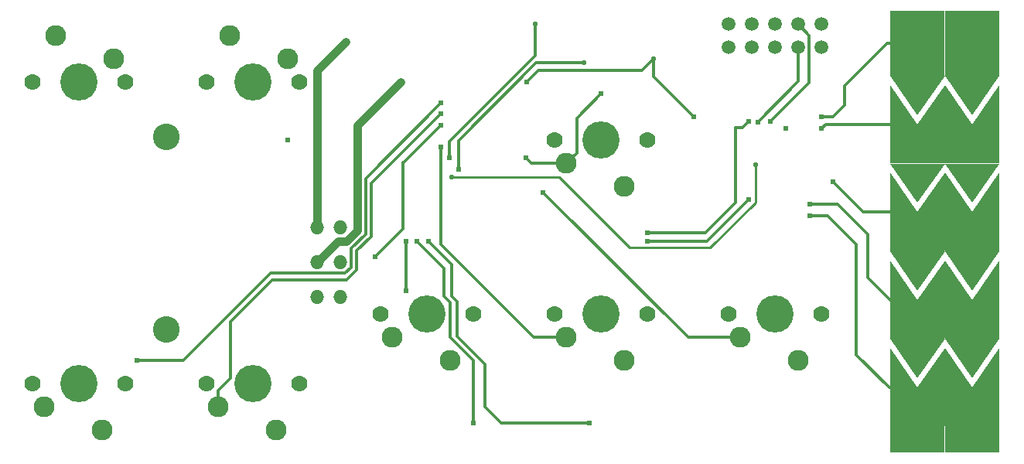
<source format=gbr>
G04 #@! TF.FileFunction,Copper,L2,Bot,Signal*
%FSLAX46Y46*%
G04 Gerber Fmt 4.6, Leading zero omitted, Abs format (unit mm)*
G04 Created by KiCad (PCBNEW 4.0.4-stable) date 02/04/17 11:31:59*
%MOMM*%
%LPD*%
G01*
G04 APERTURE LIST*
%ADD10C,0.100000*%
%ADD11C,1.778000*%
%ADD12C,2.286000*%
%ADD13C,4.064000*%
%ADD14C,1.500000*%
%ADD15R,6.000000X7.166666*%
%ADD16R,6.000000X4.300000*%
%ADD17O,1.524000X1.524000*%
%ADD18C,2.921000*%
%ADD19C,0.609600*%
%ADD20C,0.584200*%
%ADD21C,0.304800*%
%ADD22C,0.914400*%
%ADD23C,0.228600*%
G04 APERTURE END LIST*
D10*
D11*
X121920000Y-110490000D03*
X132080000Y-110490000D03*
D12*
X123190000Y-113030000D03*
X129540000Y-115570000D03*
D13*
X127000000Y-110490000D03*
D14*
X160020000Y-78740000D03*
X160020000Y-81280000D03*
X162560000Y-78740000D03*
X162560000Y-81280000D03*
X165100000Y-78740000D03*
X165100000Y-81280000D03*
X167640000Y-78740000D03*
X167640000Y-81280000D03*
X170180000Y-78740000D03*
X170180000Y-81280000D03*
D15*
X186690000Y-122083333D03*
D10*
G36*
X186690000Y-118500001D02*
X183690000Y-122799999D01*
X183690000Y-114200001D01*
X186690000Y-118499999D01*
X186690000Y-118500001D01*
X186690000Y-118500001D01*
G37*
G36*
X189690000Y-122799999D02*
X186690000Y-118500001D01*
X186690000Y-118499999D01*
X189690000Y-114200001D01*
X189690000Y-122799999D01*
X189690000Y-122799999D01*
G37*
D16*
X186690000Y-111050000D03*
D10*
G36*
X186690000Y-108900001D02*
X183690000Y-113199999D01*
X183690000Y-104600001D01*
X186690000Y-108899999D01*
X186690000Y-108900001D01*
X186690000Y-108900001D01*
G37*
G36*
X189690000Y-113199999D02*
X186690000Y-108900001D01*
X186690000Y-108899999D01*
X189690000Y-104600001D01*
X189690000Y-113199999D01*
X189690000Y-113199999D01*
G37*
G36*
X186690001Y-117500000D02*
X186689999Y-117500000D01*
X183690001Y-113200000D01*
X189689999Y-113200000D01*
X186690001Y-117500000D01*
X186690001Y-117500000D01*
G37*
D16*
X186690000Y-101450000D03*
D10*
G36*
X186690000Y-99300001D02*
X183690000Y-103599999D01*
X183690000Y-95000001D01*
X186690000Y-99299999D01*
X186690000Y-99300001D01*
X186690000Y-99300001D01*
G37*
G36*
X189690000Y-103599999D02*
X186690000Y-99300001D01*
X186690000Y-99299999D01*
X189690000Y-95000001D01*
X189690000Y-103599999D01*
X189690000Y-103599999D01*
G37*
G36*
X186690001Y-107900000D02*
X186689999Y-107900000D01*
X183690001Y-103600000D01*
X189689999Y-103600000D01*
X186690001Y-107900000D01*
X186690001Y-107900000D01*
G37*
D16*
X186690000Y-91850000D03*
D10*
G36*
X186690000Y-89700001D02*
X183690000Y-93999999D01*
X183690000Y-85400001D01*
X186690000Y-89699999D01*
X186690000Y-89700001D01*
X186690000Y-89700001D01*
G37*
G36*
X189690000Y-93999999D02*
X186690000Y-89700001D01*
X186690000Y-89699999D01*
X189690000Y-85400001D01*
X189690000Y-93999999D01*
X189690000Y-93999999D01*
G37*
G36*
X186690001Y-98300000D02*
X186689999Y-98300000D01*
X183690001Y-94000000D01*
X189689999Y-94000000D01*
X186690001Y-98300000D01*
X186690001Y-98300000D01*
G37*
D15*
X186690000Y-80816667D03*
D10*
G36*
X186690001Y-88700000D02*
X186689999Y-88700000D01*
X183690001Y-84400000D01*
X189689999Y-84400000D01*
X186690001Y-88700000D01*
X186690001Y-88700000D01*
G37*
D15*
X180690000Y-122083333D03*
D10*
G36*
X180690000Y-118500001D02*
X177690000Y-122799999D01*
X177690000Y-114200001D01*
X180690000Y-118499999D01*
X180690000Y-118500001D01*
X180690000Y-118500001D01*
G37*
G36*
X183690000Y-122799999D02*
X180690000Y-118500001D01*
X180690000Y-118499999D01*
X183690000Y-114200001D01*
X183690000Y-122799999D01*
X183690000Y-122799999D01*
G37*
D16*
X180690000Y-111050000D03*
D10*
G36*
X180690000Y-108900001D02*
X177690000Y-113199999D01*
X177690000Y-104600001D01*
X180690000Y-108899999D01*
X180690000Y-108900001D01*
X180690000Y-108900001D01*
G37*
G36*
X183690000Y-113199999D02*
X180690000Y-108900001D01*
X180690000Y-108899999D01*
X183690000Y-104600001D01*
X183690000Y-113199999D01*
X183690000Y-113199999D01*
G37*
G36*
X180690001Y-117500000D02*
X180689999Y-117500000D01*
X177690001Y-113200000D01*
X183689999Y-113200000D01*
X180690001Y-117500000D01*
X180690001Y-117500000D01*
G37*
D16*
X180690000Y-101450000D03*
D10*
G36*
X180690000Y-99300001D02*
X177690000Y-103599999D01*
X177690000Y-95000001D01*
X180690000Y-99299999D01*
X180690000Y-99300001D01*
X180690000Y-99300001D01*
G37*
G36*
X183690000Y-103599999D02*
X180690000Y-99300001D01*
X180690000Y-99299999D01*
X183690000Y-95000001D01*
X183690000Y-103599999D01*
X183690000Y-103599999D01*
G37*
G36*
X180690001Y-107900000D02*
X180689999Y-107900000D01*
X177690001Y-103600000D01*
X183689999Y-103600000D01*
X180690001Y-107900000D01*
X180690001Y-107900000D01*
G37*
D16*
X180690000Y-91850000D03*
D10*
G36*
X180690000Y-89700001D02*
X177690000Y-93999999D01*
X177690000Y-85400001D01*
X180690000Y-89699999D01*
X180690000Y-89700001D01*
X180690000Y-89700001D01*
G37*
G36*
X183690000Y-93999999D02*
X180690000Y-89700001D01*
X180690000Y-89699999D01*
X183690000Y-85400001D01*
X183690000Y-93999999D01*
X183690000Y-93999999D01*
G37*
G36*
X180690001Y-98300000D02*
X180689999Y-98300000D01*
X177690001Y-94000000D01*
X183689999Y-94000000D01*
X180690001Y-98300000D01*
X180690001Y-98300000D01*
G37*
D15*
X180690000Y-80816667D03*
D10*
G36*
X180690001Y-88700000D02*
X180689999Y-88700000D01*
X177690001Y-84400000D01*
X183689999Y-84400000D01*
X180690001Y-88700000D01*
X180690001Y-88700000D01*
G37*
D17*
X114935000Y-108585000D03*
X117475000Y-108585000D03*
X114935000Y-100965000D03*
X117475000Y-100965000D03*
X114935000Y-104775000D03*
X117475000Y-104775000D03*
D18*
X98425000Y-112153700D03*
X98425000Y-91046300D03*
D11*
X93980000Y-85090000D03*
X83820000Y-85090000D03*
D12*
X92710000Y-82550000D03*
X86360000Y-80010000D03*
D13*
X88900000Y-85090000D03*
D11*
X83820000Y-118110000D03*
X93980000Y-118110000D03*
D12*
X85090000Y-120650000D03*
X91440000Y-123190000D03*
D13*
X88900000Y-118110000D03*
D11*
X102870000Y-118110000D03*
X113030000Y-118110000D03*
D12*
X104140000Y-120650000D03*
X110490000Y-123190000D03*
D13*
X107950000Y-118110000D03*
D11*
X140970000Y-110490000D03*
X151130000Y-110490000D03*
D12*
X142240000Y-113030000D03*
X148590000Y-115570000D03*
D13*
X146050000Y-110490000D03*
D11*
X140970000Y-91440000D03*
X151130000Y-91440000D03*
D12*
X142240000Y-93980000D03*
X148590000Y-96520000D03*
D13*
X146050000Y-91440000D03*
D11*
X160020000Y-110490000D03*
X170180000Y-110490000D03*
D12*
X161290000Y-113030000D03*
X167640000Y-115570000D03*
D13*
X165100000Y-110490000D03*
D11*
X113030000Y-85090000D03*
X102870000Y-85090000D03*
D12*
X111760000Y-82550000D03*
X105410000Y-80010000D03*
D13*
X107950000Y-85090000D03*
D19*
X111760000Y-91440000D03*
X166243000Y-90170000D03*
X139700000Y-97155008D03*
X146050000Y-86360000D03*
X137795000Y-93345000D03*
X128524000Y-92202000D03*
X128524000Y-89789000D03*
X121328517Y-104183517D03*
X128524000Y-88519000D03*
X128524000Y-87376000D03*
X95250000Y-115570000D03*
D20*
X138811000Y-78740000D03*
D19*
X129413000Y-93345000D03*
D20*
X144145000Y-82931000D03*
D19*
X130429000Y-94615000D03*
D20*
X151765000Y-82550000D03*
D19*
X156210000Y-88900000D03*
X137922000Y-85090000D03*
D20*
X118110000Y-80645000D03*
X124079000Y-85090000D03*
D19*
X164592000Y-89399800D03*
X124714000Y-107950000D03*
X124714000Y-102489000D03*
X132080000Y-122428000D03*
X125857000Y-102489000D03*
X144780000Y-122428000D03*
X127127000Y-102489000D03*
X168910000Y-99695000D03*
X168910000Y-98425000D03*
X171450000Y-96012000D03*
X170180000Y-90170000D03*
X170180000Y-88900000D03*
X163213410Y-89419046D03*
X162179000Y-97917000D03*
X151130000Y-102489000D03*
X162179000Y-89408000D03*
X151130000Y-101574597D03*
D20*
X162941000Y-94107000D03*
X129667000Y-95504000D03*
D21*
X140004799Y-97459807D02*
X139700000Y-97155008D01*
X155574992Y-113030000D02*
X140004799Y-97459807D01*
X161290000Y-113030000D02*
X155574992Y-113030000D01*
X142240000Y-93980000D02*
X143382999Y-92837001D01*
X143382999Y-92837001D02*
X143382999Y-89027001D01*
X143382999Y-89027001D02*
X146050000Y-86360000D01*
X137795000Y-93345000D02*
X138430000Y-93980000D01*
X138430000Y-93980000D02*
X142240000Y-93980000D01*
X128524000Y-102870000D02*
X138684000Y-113030000D01*
X138684000Y-113030000D02*
X142240000Y-113030000D01*
X128524000Y-92202000D02*
X128524000Y-102870000D01*
X124409220Y-93853000D02*
X124460000Y-93853000D01*
X124460000Y-93853000D02*
X128524000Y-89789000D01*
X124409220Y-100887301D02*
X124409220Y-93853000D01*
X124409220Y-101102814D02*
X124409220Y-100887301D01*
X121328517Y-104183517D02*
X124409220Y-101102814D01*
X119303811Y-103547000D02*
X120904020Y-101946791D01*
X120904020Y-101946791D02*
X120904020Y-96138980D01*
X120904020Y-96138980D02*
X128524000Y-88519000D01*
X119303811Y-105612725D02*
X119303811Y-103547000D01*
X110032059Y-106730059D02*
X118186477Y-106730059D01*
X118186477Y-106730059D02*
X119303811Y-105612725D01*
X105460799Y-111301319D02*
X110032059Y-106730059D01*
X104140000Y-120650000D02*
X104140000Y-118832378D01*
X104140000Y-118832378D02*
X105460799Y-117511579D01*
X105460799Y-117511579D02*
X105460799Y-111301319D01*
X118060217Y-105994201D02*
X118694201Y-105360217D01*
X118694201Y-105360217D02*
X118694201Y-103294492D01*
X118694201Y-103294492D02*
X120294410Y-101694283D01*
X120294410Y-101694283D02*
X120294410Y-95605590D01*
X95250000Y-115570000D02*
X100330000Y-115570000D01*
X100330000Y-115570000D02*
X109905799Y-105994201D01*
X109905799Y-105994201D02*
X118060217Y-105994201D01*
X120294410Y-95605590D02*
X128524000Y-87376000D01*
X138840420Y-79599580D02*
X138840420Y-78769420D01*
X138840420Y-78769420D02*
X138811000Y-78740000D01*
X138840420Y-82181700D02*
X138840420Y-79599580D01*
X129413000Y-93345000D02*
X129413000Y-91609120D01*
X129413000Y-91609120D02*
X138840420Y-82181700D01*
X130429000Y-94615000D02*
X130429000Y-91455238D01*
X130429000Y-91455238D02*
X138953238Y-82931000D01*
X138953238Y-82931000D02*
X144145000Y-82931000D01*
X151765000Y-84455000D02*
X151765000Y-82550000D01*
X139192000Y-83820000D02*
X150495000Y-83820000D01*
X150495000Y-83820000D02*
X151765000Y-82550000D01*
X156210000Y-88900000D02*
X151765000Y-84455000D01*
X139192000Y-83820000D02*
X137922000Y-85090000D01*
D22*
X114935000Y-85725000D02*
X114935000Y-83820000D01*
X114935000Y-83820000D02*
X118110000Y-80645000D01*
X114935000Y-100965000D02*
X114935000Y-85725000D01*
X119380000Y-101315522D02*
X119380000Y-89789000D01*
X119380000Y-89789000D02*
X124079000Y-85090000D01*
X114935000Y-104775000D02*
X117220999Y-102489001D01*
X117220999Y-102489001D02*
X118206521Y-102489001D01*
X118206521Y-102489001D02*
X119380000Y-101315522D01*
D21*
X167640000Y-78740000D02*
X168847201Y-79947201D01*
X168847201Y-79947201D02*
X168847201Y-85144599D01*
X168847201Y-85144599D02*
X164592000Y-89399800D01*
X124714000Y-102489000D02*
X124714000Y-107950000D01*
X132080000Y-118110000D02*
X132080000Y-122428000D01*
X132080000Y-115570000D02*
X132080000Y-118110000D01*
X129540000Y-113030000D02*
X132080000Y-115570000D01*
X129540000Y-109220000D02*
X129540000Y-113030000D01*
X128822511Y-108206621D02*
X128822511Y-108502511D01*
X128822511Y-108502511D02*
X129540000Y-109220000D01*
X125857000Y-102489000D02*
X128822511Y-105454511D01*
X128822511Y-105454511D02*
X128822511Y-108206621D01*
X134620000Y-121920000D02*
X135128000Y-122428000D01*
X135128000Y-122428000D02*
X144780000Y-122428000D01*
X133350000Y-120650000D02*
X134620000Y-121920000D01*
X133350000Y-115977882D02*
X133350000Y-120650000D01*
X130302000Y-112522000D02*
X130302000Y-112929882D01*
X130302000Y-112929882D02*
X133350000Y-115977882D01*
X130302000Y-109119882D02*
X130302000Y-112522000D01*
X129683499Y-107898676D02*
X129683499Y-108501381D01*
X129683499Y-108501381D02*
X130302000Y-109119882D01*
X129683499Y-105045499D02*
X129683499Y-107898676D01*
X127127000Y-102489000D02*
X129683499Y-105045499D01*
X170815000Y-99695000D02*
X168910000Y-99695000D01*
X173990000Y-102870000D02*
X170815000Y-99695000D01*
X173990000Y-114900000D02*
X173990000Y-102870000D01*
X179190000Y-118500000D02*
X177590000Y-118500000D01*
X177590000Y-118500000D02*
X173990000Y-114900000D01*
X175260000Y-101727000D02*
X171958000Y-98425000D01*
X171958000Y-98425000D02*
X168910000Y-98425000D01*
X175260000Y-106470000D02*
X175260000Y-101727000D01*
X180690000Y-111050000D02*
X179840000Y-111050000D01*
X179840000Y-111050000D02*
X175260000Y-106470000D01*
X179190000Y-99300000D02*
X174738000Y-99300000D01*
X174738000Y-99300000D02*
X171450000Y-96012000D01*
X179190000Y-89700000D02*
X170650000Y-89700000D01*
X170650000Y-89700000D02*
X170180000Y-90170000D01*
X171450000Y-88900000D02*
X170180000Y-88900000D01*
X172720000Y-87630000D02*
X171450000Y-88900000D01*
X172720000Y-85481867D02*
X172720000Y-87630000D01*
X180690000Y-80816667D02*
X177385200Y-80816667D01*
X177385200Y-80816667D02*
X172720000Y-85481867D01*
X167640000Y-81280000D02*
X167640000Y-84992456D01*
X167640000Y-84992456D02*
X163213410Y-89419046D01*
X151130000Y-102489000D02*
X157607000Y-102489000D01*
X157607000Y-102489000D02*
X162179000Y-97917000D01*
X160782000Y-90034800D02*
X161552200Y-90034800D01*
X161552200Y-90034800D02*
X162179000Y-89408000D01*
X160782000Y-98298000D02*
X160782000Y-90034800D01*
X151130000Y-101574597D02*
X157505403Y-101574597D01*
X157505403Y-101574597D02*
X160782000Y-98298000D01*
D23*
X129667000Y-95504000D02*
X141452090Y-95504000D01*
X141452090Y-95504000D02*
X149160991Y-103212901D01*
X149160991Y-103212901D02*
X157954473Y-103212901D01*
X157954473Y-103212901D02*
X162941000Y-98226374D01*
X162941000Y-98226374D02*
X162941000Y-94107000D01*
M02*

</source>
